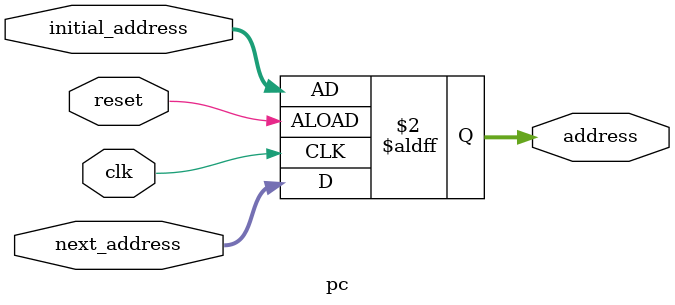
<source format=sv>
module pc (
  input  logic [31:0] next_address,
  input  logic clk,
  input  logic reset,             // Reset activo en alto
  input  logic [31:0] initial_address, // Primer valor de memoria (por ej. 0)
  output logic [31:0] address
);

  always_ff @(posedge clk or posedge reset) begin
    if (reset)
      address <= initial_address;   // Vuelve a 0 o dirección inicial
    else
      address <= next_address;      // Avanza normalmente
  end

endmodule

</source>
